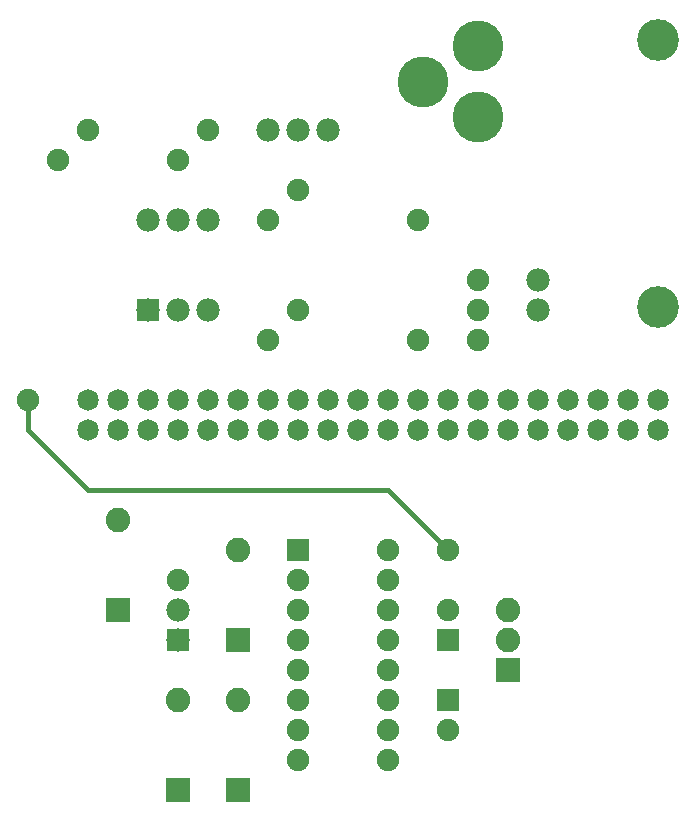
<source format=gtl>
G04 MADE WITH FRITZING*
G04 WWW.FRITZING.ORG*
G04 DOUBLE SIDED*
G04 HOLES PLATED*
G04 CONTOUR ON CENTER OF CONTOUR VECTOR*
%ASAXBY*%
%FSLAX23Y23*%
%MOIN*%
%OFA0B0*%
%SFA1.0B1.0*%
%ADD10C,0.075433*%
%ADD11C,0.170000*%
%ADD12C,0.078000*%
%ADD13C,0.075000*%
%ADD14C,0.071889*%
%ADD15C,0.071917*%
%ADD16C,0.082000*%
%ADD17C,0.138889*%
%ADD18R,0.075000X0.075000*%
%ADD19R,0.082000X0.082000*%
%ADD20R,0.078000X0.078000*%
%ADD21C,0.016000*%
%LNCOPPER1*%
G90*
G70*
G54D10*
X799Y833D03*
G54D11*
X1799Y2375D03*
X1799Y2611D03*
X1614Y2493D03*
X1799Y2375D03*
X1799Y2611D03*
X1614Y2493D03*
G54D12*
X1298Y2333D03*
X1198Y2333D03*
X1098Y2333D03*
X698Y2033D03*
X798Y2033D03*
X898Y2033D03*
G54D13*
X1698Y633D03*
X1698Y733D03*
X1698Y433D03*
X1698Y333D03*
X1798Y1633D03*
X1798Y1733D03*
X1798Y1833D03*
X1598Y1633D03*
X1598Y2033D03*
G54D14*
X498Y1333D03*
X598Y1333D03*
X698Y1333D03*
X798Y1333D03*
G54D15*
X898Y1333D03*
G54D14*
X998Y1333D03*
X1098Y1333D03*
X1198Y1333D03*
X1298Y1333D03*
G54D15*
X1398Y1333D03*
G54D14*
X1498Y1333D03*
G54D15*
X1598Y1333D03*
G54D14*
X1698Y1333D03*
X1798Y1333D03*
X1898Y1333D03*
X1998Y1333D03*
G54D15*
X2098Y1333D03*
G54D14*
X2198Y1333D03*
X2298Y1333D03*
X2398Y1333D03*
X2398Y1433D03*
X2298Y1433D03*
X2198Y1433D03*
G54D15*
X2098Y1433D03*
G54D14*
X1998Y1433D03*
X1898Y1433D03*
X1798Y1433D03*
X1698Y1433D03*
G54D15*
X1598Y1433D03*
G54D14*
X1498Y1433D03*
G54D15*
X1398Y1433D03*
G54D14*
X1298Y1433D03*
X1198Y1433D03*
X1098Y1433D03*
X998Y1433D03*
G54D15*
X898Y1433D03*
G54D14*
X798Y1433D03*
X698Y1433D03*
X598Y1433D03*
X498Y1433D03*
G54D12*
X1998Y1733D03*
X1998Y1833D03*
G54D13*
X1198Y1733D03*
X1198Y2133D03*
X1098Y1633D03*
X1098Y2033D03*
G54D16*
X1898Y533D03*
X1898Y633D03*
X1898Y733D03*
G54D13*
X1198Y933D03*
X1498Y933D03*
X1198Y833D03*
X1498Y833D03*
X1198Y733D03*
X1498Y733D03*
X1198Y633D03*
X1498Y633D03*
X1198Y533D03*
X1498Y533D03*
X1198Y433D03*
X1498Y433D03*
X1198Y333D03*
X1498Y333D03*
X1198Y233D03*
X1498Y233D03*
G54D12*
X798Y633D03*
X798Y733D03*
G54D16*
X598Y733D03*
X598Y1031D03*
X998Y633D03*
X998Y931D03*
X798Y133D03*
X798Y431D03*
X998Y133D03*
X998Y431D03*
G54D17*
X2398Y2633D03*
X2398Y1744D03*
G54D13*
X398Y2233D03*
X798Y2233D03*
X498Y2333D03*
X898Y2333D03*
G54D12*
X698Y1733D03*
X798Y1733D03*
X898Y1733D03*
G54D10*
X1698Y933D03*
X298Y1433D03*
G54D18*
X1698Y633D03*
X1698Y433D03*
G54D19*
X1898Y533D03*
G54D18*
X1198Y933D03*
G54D20*
X798Y633D03*
G54D19*
X598Y732D03*
X998Y632D03*
X798Y132D03*
X998Y132D03*
G54D20*
X698Y1733D03*
G54D21*
X497Y1132D02*
X1498Y1133D01*
D02*
X297Y1332D02*
X497Y1132D01*
D02*
X298Y1410D02*
X297Y1332D01*
D02*
X1498Y1133D02*
X1682Y949D01*
G04 End of Copper1*
M02*
</source>
